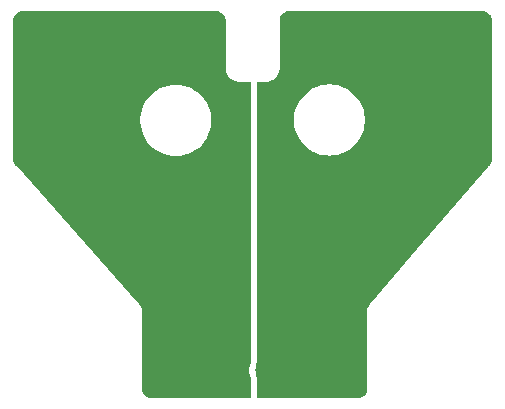
<source format=gbr>
%TF.GenerationSoftware,KiCad,Pcbnew,7.0.9-7.0.9~ubuntu22.04.1*%
%TF.CreationDate,2024-01-02T09:46:01-08:00*%
%TF.ProjectId,kraken-power-adapter,6b72616b-656e-42d7-906f-7765722d6164,1*%
%TF.SameCoordinates,Original*%
%TF.FileFunction,Copper,L1,Top*%
%TF.FilePolarity,Positive*%
%FSLAX46Y46*%
G04 Gerber Fmt 4.6, Leading zero omitted, Abs format (unit mm)*
G04 Created by KiCad (PCBNEW 7.0.9-7.0.9~ubuntu22.04.1) date 2024-01-02 09:46:01*
%MOMM*%
%LPD*%
G01*
G04 APERTURE LIST*
%TA.AperFunction,ComponentPad*%
%ADD10C,1.016000*%
%TD*%
%TA.AperFunction,ComponentPad*%
%ADD11C,7.874000*%
%TD*%
%TA.AperFunction,ComponentPad*%
%ADD12O,7.239000X3.302000*%
%TD*%
%TA.AperFunction,Conductor*%
%ADD13C,0.200000*%
%TD*%
G04 APERTURE END LIST*
D10*
%TO.P,J2,1,Pin_1*%
%TO.N,/Vbat-*%
X89154000Y-105079800D03*
X89987223Y-103068223D03*
X89987223Y-107091377D03*
X91998800Y-102235000D03*
D11*
X91998800Y-105079800D03*
D10*
X91998800Y-107924600D03*
X94010377Y-103068223D03*
X94010377Y-107091377D03*
X94843600Y-105079800D03*
%TD*%
%TO.P,J1,1,Pin_1*%
%TO.N,/Vbat+*%
X117652800Y-105079800D03*
X118486023Y-103068223D03*
X118486023Y-107091377D03*
X120497600Y-102235000D03*
D11*
X120497600Y-105079800D03*
D10*
X120497600Y-107924600D03*
X122509177Y-103068223D03*
X122509177Y-107091377D03*
X123342400Y-105079800D03*
%TD*%
%TO.P,J3,1,Pin_1*%
%TO.N,/Vbat-*%
X100172000Y-129972000D03*
X100172000Y-133172000D03*
X101572000Y-129972000D03*
X101572000Y-133172000D03*
D12*
X102235000Y-131572000D03*
D10*
X102972000Y-129972000D03*
X102972000Y-133172000D03*
X104372000Y-129972000D03*
X104372000Y-133172000D03*
%TO.P,J3,2,Pin_2*%
%TO.N,/Vbat+*%
X107972000Y-129972000D03*
X107972000Y-133172000D03*
X109372000Y-129972000D03*
X109372000Y-133172000D03*
D12*
X110109000Y-131572000D03*
D10*
X110772000Y-129972000D03*
X110772000Y-133172000D03*
X112172000Y-129972000D03*
X112172000Y-133172000D03*
%TD*%
D13*
%TO.N,/Vbat+*%
X120497600Y-105079800D02*
X120497600Y-102311200D01*
%TD*%
%TA.AperFunction,Conductor*%
%TO.N,/Vbat+*%
G36*
X125758167Y-101143572D02*
G01*
X125892854Y-101156838D01*
X125914639Y-101161171D01*
X126036136Y-101198027D01*
X126056647Y-101206522D01*
X126168627Y-101266376D01*
X126187092Y-101278715D01*
X126285235Y-101359258D01*
X126300941Y-101374964D01*
X126381484Y-101473107D01*
X126393824Y-101491574D01*
X126453675Y-101603548D01*
X126462174Y-101624068D01*
X126499028Y-101745561D01*
X126503361Y-101767344D01*
X126511244Y-101847379D01*
X126516627Y-101902024D01*
X126516900Y-101907579D01*
X126516900Y-113600120D01*
X126516899Y-113600138D01*
X126516899Y-113668561D01*
X126516708Y-113673209D01*
X126507417Y-113786107D01*
X126504378Y-113804446D01*
X126478459Y-113907519D01*
X126472463Y-113925113D01*
X126430037Y-114022566D01*
X126421243Y-114038945D01*
X126363455Y-114128144D01*
X126352102Y-114142863D01*
X126278157Y-114223989D01*
X126273490Y-114228552D01*
X126259318Y-114240893D01*
X126259313Y-114240897D01*
X126255814Y-114244955D01*
X126251515Y-114249419D01*
X126225207Y-114273908D01*
X126225205Y-114273911D01*
X126214834Y-114290473D01*
X126204613Y-114304331D01*
X120193785Y-121274811D01*
X116271730Y-125823038D01*
X116271729Y-125823040D01*
X116229286Y-125872257D01*
X116174763Y-125935454D01*
X116086892Y-126072764D01*
X116086889Y-126072768D01*
X116019380Y-126221158D01*
X115973604Y-126377611D01*
X115973602Y-126377619D01*
X115950480Y-126538980D01*
X115950479Y-126538992D01*
X115950500Y-126620500D01*
X115950500Y-133144020D01*
X115950227Y-133149576D01*
X115936961Y-133284255D01*
X115932628Y-133306038D01*
X115895774Y-133427531D01*
X115887275Y-133448051D01*
X115827424Y-133560025D01*
X115815084Y-133578492D01*
X115734541Y-133676635D01*
X115718835Y-133692341D01*
X115620692Y-133772884D01*
X115602225Y-133785224D01*
X115490251Y-133845075D01*
X115469731Y-133853574D01*
X115348238Y-133890428D01*
X115326455Y-133894761D01*
X115242456Y-133903035D01*
X115191766Y-133908027D01*
X115186221Y-133908300D01*
X106717100Y-133908300D01*
X106655845Y-133890314D01*
X106614039Y-133842067D01*
X106603800Y-133795000D01*
X106603800Y-110538233D01*
X109742100Y-110538233D01*
X109782784Y-110886305D01*
X109863602Y-111227303D01*
X109863606Y-111227318D01*
X109983461Y-111556617D01*
X109983463Y-111556622D01*
X109983465Y-111556626D01*
X110140747Y-111869800D01*
X110333322Y-112162597D01*
X110558588Y-112431057D01*
X110558590Y-112431058D01*
X110558594Y-112431064D01*
X110813489Y-112671545D01*
X110813492Y-112671547D01*
X110813496Y-112671551D01*
X111094600Y-112880825D01*
X111398099Y-113056050D01*
X111719888Y-113194857D01*
X111821023Y-113225134D01*
X112055607Y-113295365D01*
X112055612Y-113295365D01*
X112055616Y-113295367D01*
X112400743Y-113356222D01*
X112400751Y-113356222D01*
X112400754Y-113356223D01*
X112598838Y-113367759D01*
X112663054Y-113371500D01*
X112663056Y-113371500D01*
X112838144Y-113371500D01*
X112838146Y-113371500D01*
X112911318Y-113367238D01*
X113100445Y-113356223D01*
X113100447Y-113356222D01*
X113100457Y-113356222D01*
X113445584Y-113295367D01*
X113445588Y-113295365D01*
X113445592Y-113295365D01*
X113579040Y-113255412D01*
X113781312Y-113194857D01*
X114103101Y-113056050D01*
X114406600Y-112880825D01*
X114687704Y-112671551D01*
X114942612Y-112431057D01*
X115167878Y-112162597D01*
X115360453Y-111869800D01*
X115517735Y-111556626D01*
X115637596Y-111227310D01*
X115718416Y-110886306D01*
X115759100Y-110538225D01*
X115759100Y-110187775D01*
X115718416Y-109839694D01*
X115637596Y-109498690D01*
X115517735Y-109169374D01*
X115360453Y-108856200D01*
X115167878Y-108563403D01*
X114942612Y-108294943D01*
X114942609Y-108294940D01*
X114942605Y-108294935D01*
X114687710Y-108054454D01*
X114687706Y-108054451D01*
X114687704Y-108054449D01*
X114406600Y-107845175D01*
X114103101Y-107669950D01*
X113781312Y-107531143D01*
X113781313Y-107531143D01*
X113781310Y-107531142D01*
X113445592Y-107430634D01*
X113225836Y-107391885D01*
X113100457Y-107369778D01*
X113100455Y-107369777D01*
X113100450Y-107369777D01*
X113100445Y-107369776D01*
X112859698Y-107355755D01*
X112838146Y-107354500D01*
X112663054Y-107354500D01*
X112642352Y-107355705D01*
X112400754Y-107369776D01*
X112400749Y-107369777D01*
X112055607Y-107430634D01*
X111719889Y-107531142D01*
X111398099Y-107669950D01*
X111094598Y-107845176D01*
X110813489Y-108054454D01*
X110558594Y-108294935D01*
X110558587Y-108294944D01*
X110333323Y-108563401D01*
X110140747Y-108856199D01*
X109983461Y-109169382D01*
X109863606Y-109498681D01*
X109863602Y-109498696D01*
X109782784Y-109839694D01*
X109742100Y-110187766D01*
X109742100Y-110538233D01*
X106603800Y-110538233D01*
X106603800Y-107225600D01*
X106621786Y-107164345D01*
X106670033Y-107122539D01*
X106717100Y-107112300D01*
X107491243Y-107112300D01*
X107688290Y-107077555D01*
X107876310Y-107009122D01*
X107876312Y-107009120D01*
X107876314Y-107009120D01*
X107995649Y-106940221D01*
X108049590Y-106909078D01*
X108202865Y-106780465D01*
X108331478Y-106627190D01*
X108431522Y-106453910D01*
X108499955Y-106265890D01*
X108534700Y-106068843D01*
X108534700Y-105968800D01*
X108534700Y-105901855D01*
X108534700Y-101907579D01*
X108534973Y-101902024D01*
X108534974Y-101902023D01*
X108548238Y-101767343D01*
X108552571Y-101745561D01*
X108589428Y-101624059D01*
X108597920Y-101603556D01*
X108657779Y-101491567D01*
X108670115Y-101473107D01*
X108750662Y-101374959D01*
X108766359Y-101359262D01*
X108864508Y-101278714D01*
X108882967Y-101266379D01*
X108994956Y-101206520D01*
X109015459Y-101198028D01*
X109136962Y-101161170D01*
X109158743Y-101156838D01*
X109293432Y-101143572D01*
X109298980Y-101143300D01*
X109363145Y-101143300D01*
X125688455Y-101143300D01*
X125752620Y-101143300D01*
X125758167Y-101143572D01*
G37*
%TD.AperFunction*%
%TD*%
%TA.AperFunction,Conductor*%
%TO.N,/Vbat-*%
G36*
X103202967Y-101143572D02*
G01*
X103337654Y-101156838D01*
X103359439Y-101161171D01*
X103480936Y-101198027D01*
X103501447Y-101206522D01*
X103613427Y-101266376D01*
X103631892Y-101278715D01*
X103730035Y-101359258D01*
X103745741Y-101374964D01*
X103826284Y-101473107D01*
X103838624Y-101491574D01*
X103898475Y-101603548D01*
X103906974Y-101624068D01*
X103943828Y-101745561D01*
X103948161Y-101767344D01*
X103956044Y-101847379D01*
X103961427Y-101902024D01*
X103961700Y-101907579D01*
X103961700Y-105901855D01*
X103961700Y-105968800D01*
X103961700Y-106068843D01*
X103972921Y-106132479D01*
X103996445Y-106265890D01*
X104064879Y-106453914D01*
X104164915Y-106627179D01*
X104164919Y-106627184D01*
X104164922Y-106627190D01*
X104293535Y-106780465D01*
X104446810Y-106909078D01*
X104446817Y-106909082D01*
X104446820Y-106909084D01*
X104620085Y-107009120D01*
X104620089Y-107009121D01*
X104620090Y-107009122D01*
X104808110Y-107077555D01*
X105005157Y-107112300D01*
X105068832Y-107112300D01*
X105977000Y-107112300D01*
X106038255Y-107130286D01*
X106080061Y-107178533D01*
X106090300Y-107225600D01*
X106090300Y-130869515D01*
X106086098Y-130900083D01*
X106021227Y-131131604D01*
X105981000Y-131424286D01*
X105981000Y-131719713D01*
X106021227Y-132012393D01*
X106086098Y-132243914D01*
X106090300Y-132274483D01*
X106090300Y-133795000D01*
X106072314Y-133856255D01*
X106024067Y-133898061D01*
X105977000Y-133908300D01*
X97665779Y-133908300D01*
X97660233Y-133908027D01*
X97605579Y-133902644D01*
X97525544Y-133894761D01*
X97503761Y-133890428D01*
X97382268Y-133853574D01*
X97361748Y-133845075D01*
X97249774Y-133785224D01*
X97231307Y-133772884D01*
X97133164Y-133692341D01*
X97117458Y-133676635D01*
X97036915Y-133578492D01*
X97024575Y-133560025D01*
X96964722Y-133448047D01*
X96956227Y-133427536D01*
X96919371Y-133306038D01*
X96915038Y-133284254D01*
X96901773Y-133149575D01*
X96901500Y-133144019D01*
X96901500Y-126707668D01*
X96901508Y-126707543D01*
X96901508Y-126703816D01*
X96901505Y-126683836D01*
X96901518Y-126683794D01*
X96901513Y-126683794D01*
X96901538Y-126553525D01*
X96901538Y-126553523D01*
X96891736Y-126486686D01*
X96877350Y-126388586D01*
X96829503Y-126228902D01*
X96759009Y-126077842D01*
X96667358Y-125938599D01*
X96611903Y-125876375D01*
X96567377Y-125826383D01*
X96565302Y-125824053D01*
X96565284Y-125824034D01*
X86300511Y-114299588D01*
X86289941Y-114285698D01*
X86279687Y-114269820D01*
X86252612Y-114245318D01*
X86248318Y-114240990D01*
X86244373Y-114236560D01*
X86244368Y-114236555D01*
X86230815Y-114225132D01*
X86225935Y-114220496D01*
X86149756Y-114139003D01*
X86138044Y-114124166D01*
X86135559Y-114120412D01*
X86078377Y-114034018D01*
X86069296Y-114017440D01*
X86051556Y-113977463D01*
X86025450Y-113918631D01*
X86019251Y-113900773D01*
X85992443Y-113796046D01*
X85989301Y-113777415D01*
X85988388Y-113766519D01*
X85981067Y-113679107D01*
X85979698Y-113662761D01*
X85979500Y-113658030D01*
X85979500Y-110563633D01*
X96737300Y-110563633D01*
X96777984Y-110911705D01*
X96858802Y-111252703D01*
X96858806Y-111252718D01*
X96978661Y-111582017D01*
X96978663Y-111582022D01*
X96978665Y-111582026D01*
X97135947Y-111895200D01*
X97328522Y-112187997D01*
X97553788Y-112456457D01*
X97553790Y-112456458D01*
X97553794Y-112456464D01*
X97808689Y-112696945D01*
X97808692Y-112696947D01*
X97808696Y-112696951D01*
X98089800Y-112906225D01*
X98393299Y-113081450D01*
X98715088Y-113220257D01*
X98816223Y-113250534D01*
X99050807Y-113320765D01*
X99050812Y-113320765D01*
X99050816Y-113320767D01*
X99395943Y-113381622D01*
X99395951Y-113381622D01*
X99395954Y-113381623D01*
X99594038Y-113393159D01*
X99658254Y-113396900D01*
X99658256Y-113396900D01*
X99833344Y-113396900D01*
X99833346Y-113396900D01*
X99906518Y-113392638D01*
X100095645Y-113381623D01*
X100095647Y-113381622D01*
X100095657Y-113381622D01*
X100440784Y-113320767D01*
X100440788Y-113320765D01*
X100440792Y-113320765D01*
X100574240Y-113280812D01*
X100776512Y-113220257D01*
X101098301Y-113081450D01*
X101401800Y-112906225D01*
X101682904Y-112696951D01*
X101937812Y-112456457D01*
X102163078Y-112187997D01*
X102355653Y-111895200D01*
X102512935Y-111582026D01*
X102632796Y-111252710D01*
X102713616Y-110911706D01*
X102754300Y-110563625D01*
X102754300Y-110213175D01*
X102713616Y-109865094D01*
X102632796Y-109524090D01*
X102512935Y-109194774D01*
X102355653Y-108881600D01*
X102163078Y-108588803D01*
X101937812Y-108320343D01*
X101937809Y-108320340D01*
X101937805Y-108320335D01*
X101682910Y-108079854D01*
X101682906Y-108079851D01*
X101682904Y-108079849D01*
X101401800Y-107870575D01*
X101098301Y-107695350D01*
X100776512Y-107556543D01*
X100776513Y-107556543D01*
X100776510Y-107556542D01*
X100440792Y-107456034D01*
X100221036Y-107417285D01*
X100095657Y-107395178D01*
X100095655Y-107395177D01*
X100095650Y-107395177D01*
X100095645Y-107395176D01*
X99854898Y-107381155D01*
X99833346Y-107379900D01*
X99658254Y-107379900D01*
X99637552Y-107381105D01*
X99395954Y-107395176D01*
X99395949Y-107395177D01*
X99050807Y-107456034D01*
X98715089Y-107556542D01*
X98393299Y-107695350D01*
X98089798Y-107870576D01*
X97808689Y-108079854D01*
X97553794Y-108320335D01*
X97553787Y-108320344D01*
X97328523Y-108588801D01*
X97135947Y-108881599D01*
X96978661Y-109194782D01*
X96858806Y-109524081D01*
X96858802Y-109524096D01*
X96777984Y-109865094D01*
X96737300Y-110213166D01*
X96737300Y-110563633D01*
X85979500Y-110563633D01*
X85979500Y-101907580D01*
X85979773Y-101902024D01*
X85979774Y-101902023D01*
X85993038Y-101767343D01*
X85997371Y-101745561D01*
X86009838Y-101704463D01*
X86034228Y-101624059D01*
X86042720Y-101603556D01*
X86102579Y-101491567D01*
X86114915Y-101473107D01*
X86195462Y-101374959D01*
X86211159Y-101359262D01*
X86309308Y-101278714D01*
X86327767Y-101266379D01*
X86439756Y-101206520D01*
X86460259Y-101198028D01*
X86581762Y-101161170D01*
X86603543Y-101156838D01*
X86738232Y-101143572D01*
X86743780Y-101143300D01*
X86807945Y-101143300D01*
X103133255Y-101143300D01*
X103197420Y-101143300D01*
X103202967Y-101143572D01*
G37*
%TD.AperFunction*%
%TD*%
M02*

</source>
